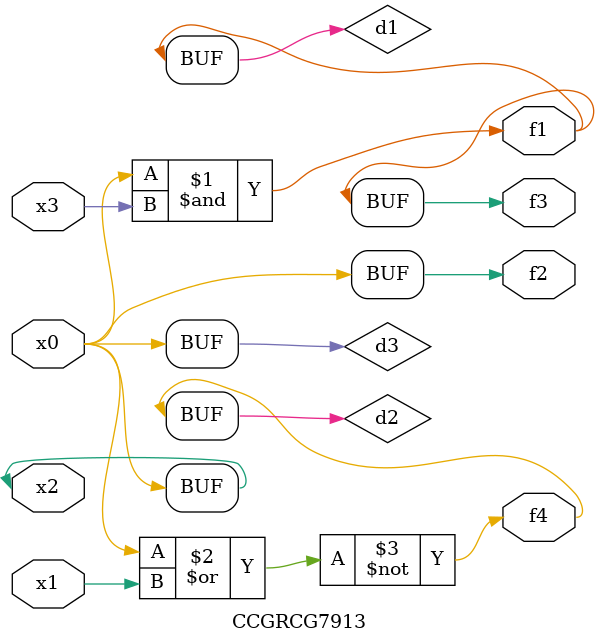
<source format=v>
module CCGRCG7913(
	input x0, x1, x2, x3,
	output f1, f2, f3, f4
);

	wire d1, d2, d3;

	and (d1, x2, x3);
	nor (d2, x0, x1);
	buf (d3, x0, x2);
	assign f1 = d1;
	assign f2 = d3;
	assign f3 = d1;
	assign f4 = d2;
endmodule

</source>
